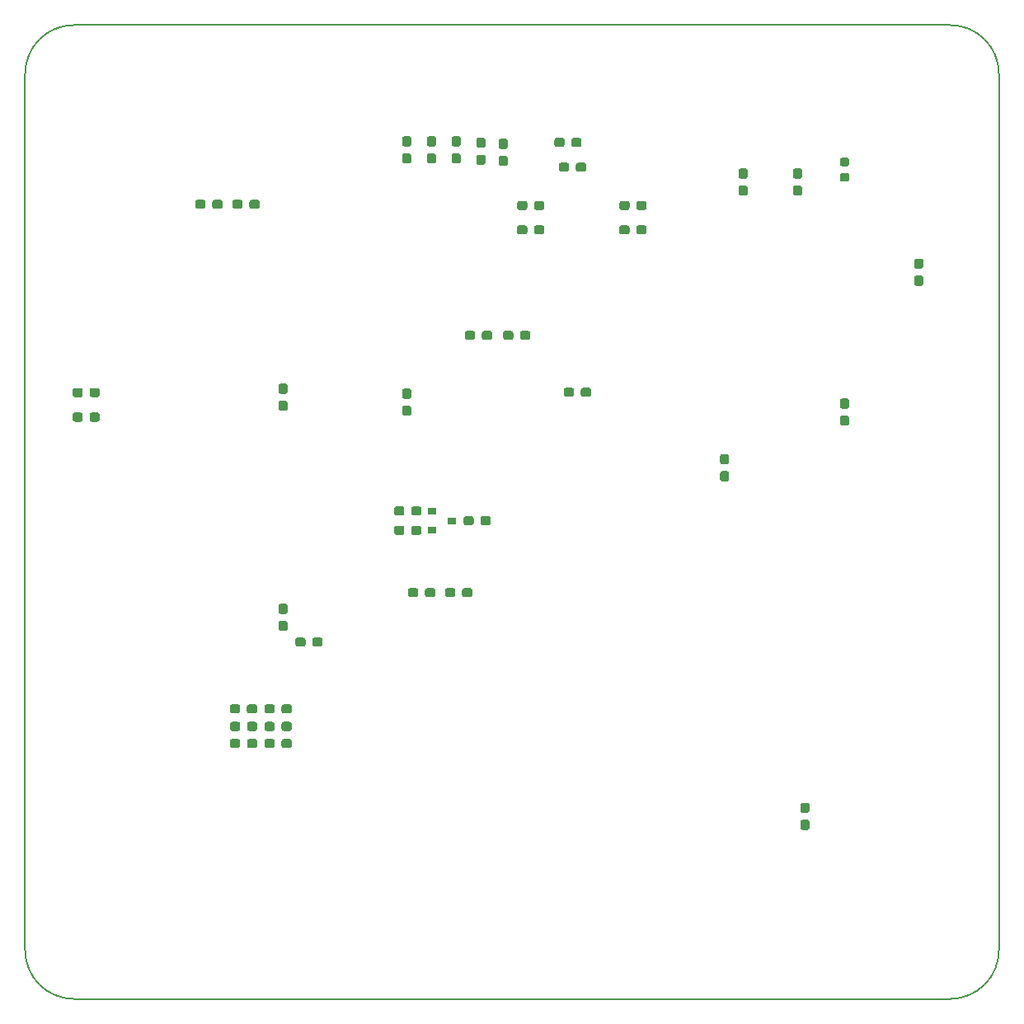
<source format=gbr>
%TF.GenerationSoftware,KiCad,Pcbnew,(5.1.6)-1*%
%TF.CreationDate,2021-04-09T09:14:04+02:00*%
%TF.ProjectId,03_La_Boite_A_Meuh,30335f4c-615f-4426-9f69-74655f415f4d,rev?*%
%TF.SameCoordinates,Original*%
%TF.FileFunction,Paste,Bot*%
%TF.FilePolarity,Positive*%
%FSLAX46Y46*%
G04 Gerber Fmt 4.6, Leading zero omitted, Abs format (unit mm)*
G04 Created by KiCad (PCBNEW (5.1.6)-1) date 2021-04-09 09:14:04*
%MOMM*%
%LPD*%
G01*
G04 APERTURE LIST*
%TA.AperFunction,Profile*%
%ADD10C,0.150000*%
%TD*%
%ADD11R,0.900000X0.800000*%
G04 APERTURE END LIST*
D10*
X180000000Y-55000000D02*
X195000000Y-55000000D01*
X157000000Y-55000000D02*
X180000000Y-55000000D01*
X195000000Y-55000000D02*
G75*
G02*
X200000000Y-60000000I0J-5000000D01*
G01*
X200000000Y-150000000D02*
G75*
G02*
X195000000Y-155000000I-5000000J0D01*
G01*
X105000000Y-155000000D02*
G75*
G02*
X100000000Y-150000000I0J5000000D01*
G01*
X100000000Y-60000000D02*
G75*
G02*
X105000000Y-55000000I5000000J0D01*
G01*
X100000000Y-150000000D02*
X100000000Y-60000000D01*
X195000000Y-155000000D02*
X105000000Y-155000000D01*
X200000000Y-60000000D02*
X200000000Y-150000000D01*
X105000000Y-55000000D02*
X157000000Y-55000000D01*
%TO.C,R1*%
G36*
G01*
X106623001Y-92984499D02*
X106623001Y-92509499D01*
G75*
G02*
X106860501Y-92271999I237500J0D01*
G01*
X107435501Y-92271999D01*
G75*
G02*
X107673001Y-92509499I0J-237500D01*
G01*
X107673001Y-92984499D01*
G75*
G02*
X107435501Y-93221999I-237500J0D01*
G01*
X106860501Y-93221999D01*
G75*
G02*
X106623001Y-92984499I0J237500D01*
G01*
G37*
G36*
G01*
X104873001Y-92984499D02*
X104873001Y-92509499D01*
G75*
G02*
X105110501Y-92271999I237500J0D01*
G01*
X105685501Y-92271999D01*
G75*
G02*
X105923001Y-92509499I0J-237500D01*
G01*
X105923001Y-92984499D01*
G75*
G02*
X105685501Y-93221999I-237500J0D01*
G01*
X105110501Y-93221999D01*
G75*
G02*
X104873001Y-92984499I0J237500D01*
G01*
G37*
%TD*%
%TO.C,C1*%
G36*
G01*
X106623001Y-95494499D02*
X106623001Y-95019499D01*
G75*
G02*
X106860501Y-94781999I237500J0D01*
G01*
X107435501Y-94781999D01*
G75*
G02*
X107673001Y-95019499I0J-237500D01*
G01*
X107673001Y-95494499D01*
G75*
G02*
X107435501Y-95731999I-237500J0D01*
G01*
X106860501Y-95731999D01*
G75*
G02*
X106623001Y-95494499I0J237500D01*
G01*
G37*
G36*
G01*
X104873001Y-95494499D02*
X104873001Y-95019499D01*
G75*
G02*
X105110501Y-94781999I237500J0D01*
G01*
X105685501Y-94781999D01*
G75*
G02*
X105923001Y-95019499I0J-237500D01*
G01*
X105923001Y-95494499D01*
G75*
G02*
X105685501Y-95731999I-237500J0D01*
G01*
X105110501Y-95731999D01*
G75*
G02*
X104873001Y-95494499I0J237500D01*
G01*
G37*
%TD*%
%TO.C,R15*%
G36*
G01*
X122332000Y-73168500D02*
X122332000Y-73643500D01*
G75*
G02*
X122094500Y-73881000I-237500J0D01*
G01*
X121519500Y-73881000D01*
G75*
G02*
X121282000Y-73643500I0J237500D01*
G01*
X121282000Y-73168500D01*
G75*
G02*
X121519500Y-72931000I237500J0D01*
G01*
X122094500Y-72931000D01*
G75*
G02*
X122332000Y-73168500I0J-237500D01*
G01*
G37*
G36*
G01*
X124082000Y-73168500D02*
X124082000Y-73643500D01*
G75*
G02*
X123844500Y-73881000I-237500J0D01*
G01*
X123269500Y-73881000D01*
G75*
G02*
X123032000Y-73643500I0J237500D01*
G01*
X123032000Y-73168500D01*
G75*
G02*
X123269500Y-72931000I237500J0D01*
G01*
X123844500Y-72931000D01*
G75*
G02*
X124082000Y-73168500I0J-237500D01*
G01*
G37*
%TD*%
D11*
%TO.C,Q1*%
X143794000Y-105892000D03*
X141794000Y-104942000D03*
X141794000Y-106842000D03*
%TD*%
%TO.C,C4*%
G36*
G01*
X126334000Y-129015500D02*
X126334000Y-128540500D01*
G75*
G02*
X126571500Y-128303000I237500J0D01*
G01*
X127146500Y-128303000D01*
G75*
G02*
X127384000Y-128540500I0J-237500D01*
G01*
X127384000Y-129015500D01*
G75*
G02*
X127146500Y-129253000I-237500J0D01*
G01*
X126571500Y-129253000D01*
G75*
G02*
X126334000Y-129015500I0J237500D01*
G01*
G37*
G36*
G01*
X124584000Y-129015500D02*
X124584000Y-128540500D01*
G75*
G02*
X124821500Y-128303000I237500J0D01*
G01*
X125396500Y-128303000D01*
G75*
G02*
X125634000Y-128540500I0J-237500D01*
G01*
X125634000Y-129015500D01*
G75*
G02*
X125396500Y-129253000I-237500J0D01*
G01*
X124821500Y-129253000D01*
G75*
G02*
X124584000Y-129015500I0J237500D01*
G01*
G37*
%TD*%
%TO.C,C5*%
G36*
G01*
X126334000Y-127259500D02*
X126334000Y-126784500D01*
G75*
G02*
X126571500Y-126547000I237500J0D01*
G01*
X127146500Y-126547000D01*
G75*
G02*
X127384000Y-126784500I0J-237500D01*
G01*
X127384000Y-127259500D01*
G75*
G02*
X127146500Y-127497000I-237500J0D01*
G01*
X126571500Y-127497000D01*
G75*
G02*
X126334000Y-127259500I0J237500D01*
G01*
G37*
G36*
G01*
X124584000Y-127259500D02*
X124584000Y-126784500D01*
G75*
G02*
X124821500Y-126547000I237500J0D01*
G01*
X125396500Y-126547000D01*
G75*
G02*
X125634000Y-126784500I0J-237500D01*
G01*
X125634000Y-127259500D01*
G75*
G02*
X125396500Y-127497000I-237500J0D01*
G01*
X124821500Y-127497000D01*
G75*
G02*
X124584000Y-127259500I0J237500D01*
G01*
G37*
%TD*%
%TO.C,C6*%
G36*
G01*
X126334000Y-125459500D02*
X126334000Y-124984500D01*
G75*
G02*
X126571500Y-124747000I237500J0D01*
G01*
X127146500Y-124747000D01*
G75*
G02*
X127384000Y-124984500I0J-237500D01*
G01*
X127384000Y-125459500D01*
G75*
G02*
X127146500Y-125697000I-237500J0D01*
G01*
X126571500Y-125697000D01*
G75*
G02*
X126334000Y-125459500I0J237500D01*
G01*
G37*
G36*
G01*
X124584000Y-125459500D02*
X124584000Y-124984500D01*
G75*
G02*
X124821500Y-124747000I237500J0D01*
G01*
X125396500Y-124747000D01*
G75*
G02*
X125634000Y-124984500I0J-237500D01*
G01*
X125634000Y-125459500D01*
G75*
G02*
X125396500Y-125697000I-237500J0D01*
G01*
X124821500Y-125697000D01*
G75*
G02*
X124584000Y-125459500I0J237500D01*
G01*
G37*
%TD*%
%TO.C,R2*%
G36*
G01*
X122780000Y-129015500D02*
X122780000Y-128540500D01*
G75*
G02*
X123017500Y-128303000I237500J0D01*
G01*
X123592500Y-128303000D01*
G75*
G02*
X123830000Y-128540500I0J-237500D01*
G01*
X123830000Y-129015500D01*
G75*
G02*
X123592500Y-129253000I-237500J0D01*
G01*
X123017500Y-129253000D01*
G75*
G02*
X122780000Y-129015500I0J237500D01*
G01*
G37*
G36*
G01*
X121030000Y-129015500D02*
X121030000Y-128540500D01*
G75*
G02*
X121267500Y-128303000I237500J0D01*
G01*
X121842500Y-128303000D01*
G75*
G02*
X122080000Y-128540500I0J-237500D01*
G01*
X122080000Y-129015500D01*
G75*
G02*
X121842500Y-129253000I-237500J0D01*
G01*
X121267500Y-129253000D01*
G75*
G02*
X121030000Y-129015500I0J237500D01*
G01*
G37*
%TD*%
%TO.C,R4*%
G36*
G01*
X122780000Y-127259500D02*
X122780000Y-126784500D01*
G75*
G02*
X123017500Y-126547000I237500J0D01*
G01*
X123592500Y-126547000D01*
G75*
G02*
X123830000Y-126784500I0J-237500D01*
G01*
X123830000Y-127259500D01*
G75*
G02*
X123592500Y-127497000I-237500J0D01*
G01*
X123017500Y-127497000D01*
G75*
G02*
X122780000Y-127259500I0J237500D01*
G01*
G37*
G36*
G01*
X121030000Y-127259500D02*
X121030000Y-126784500D01*
G75*
G02*
X121267500Y-126547000I237500J0D01*
G01*
X121842500Y-126547000D01*
G75*
G02*
X122080000Y-126784500I0J-237500D01*
G01*
X122080000Y-127259500D01*
G75*
G02*
X121842500Y-127497000I-237500J0D01*
G01*
X121267500Y-127497000D01*
G75*
G02*
X121030000Y-127259500I0J237500D01*
G01*
G37*
%TD*%
%TO.C,R6*%
G36*
G01*
X122778000Y-125459500D02*
X122778000Y-124984500D01*
G75*
G02*
X123015500Y-124747000I237500J0D01*
G01*
X123590500Y-124747000D01*
G75*
G02*
X123828000Y-124984500I0J-237500D01*
G01*
X123828000Y-125459500D01*
G75*
G02*
X123590500Y-125697000I-237500J0D01*
G01*
X123015500Y-125697000D01*
G75*
G02*
X122778000Y-125459500I0J237500D01*
G01*
G37*
G36*
G01*
X121028000Y-125459500D02*
X121028000Y-124984500D01*
G75*
G02*
X121265500Y-124747000I237500J0D01*
G01*
X121840500Y-124747000D01*
G75*
G02*
X122078000Y-124984500I0J-237500D01*
G01*
X122078000Y-125459500D01*
G75*
G02*
X121840500Y-125697000I-237500J0D01*
G01*
X121265500Y-125697000D01*
G75*
G02*
X121028000Y-125459500I0J237500D01*
G01*
G37*
%TD*%
%TO.C,R7*%
G36*
G01*
X156096000Y-67293500D02*
X156096000Y-66818500D01*
G75*
G02*
X156333500Y-66581000I237500J0D01*
G01*
X156908500Y-66581000D01*
G75*
G02*
X157146000Y-66818500I0J-237500D01*
G01*
X157146000Y-67293500D01*
G75*
G02*
X156908500Y-67531000I-237500J0D01*
G01*
X156333500Y-67531000D01*
G75*
G02*
X156096000Y-67293500I0J237500D01*
G01*
G37*
G36*
G01*
X154346000Y-67293500D02*
X154346000Y-66818500D01*
G75*
G02*
X154583500Y-66581000I237500J0D01*
G01*
X155158500Y-66581000D01*
G75*
G02*
X155396000Y-66818500I0J-237500D01*
G01*
X155396000Y-67293500D01*
G75*
G02*
X155158500Y-67531000I-237500J0D01*
G01*
X154583500Y-67531000D01*
G75*
G02*
X154346000Y-67293500I0J237500D01*
G01*
G37*
%TD*%
%TO.C,R8*%
G36*
G01*
X146908000Y-87105500D02*
X146908000Y-86630500D01*
G75*
G02*
X147145500Y-86393000I237500J0D01*
G01*
X147720500Y-86393000D01*
G75*
G02*
X147958000Y-86630500I0J-237500D01*
G01*
X147958000Y-87105500D01*
G75*
G02*
X147720500Y-87343000I-237500J0D01*
G01*
X147145500Y-87343000D01*
G75*
G02*
X146908000Y-87105500I0J237500D01*
G01*
G37*
G36*
G01*
X145158000Y-87105500D02*
X145158000Y-86630500D01*
G75*
G02*
X145395500Y-86393000I237500J0D01*
G01*
X145970500Y-86393000D01*
G75*
G02*
X146208000Y-86630500I0J-237500D01*
G01*
X146208000Y-87105500D01*
G75*
G02*
X145970500Y-87343000I-237500J0D01*
G01*
X145395500Y-87343000D01*
G75*
G02*
X145158000Y-87105500I0J237500D01*
G01*
G37*
%TD*%
%TO.C,R9*%
G36*
G01*
X150131000Y-86630500D02*
X150131000Y-87105500D01*
G75*
G02*
X149893500Y-87343000I-237500J0D01*
G01*
X149318500Y-87343000D01*
G75*
G02*
X149081000Y-87105500I0J237500D01*
G01*
X149081000Y-86630500D01*
G75*
G02*
X149318500Y-86393000I237500J0D01*
G01*
X149893500Y-86393000D01*
G75*
G02*
X150131000Y-86630500I0J-237500D01*
G01*
G37*
G36*
G01*
X151881000Y-86630500D02*
X151881000Y-87105500D01*
G75*
G02*
X151643500Y-87343000I-237500J0D01*
G01*
X151068500Y-87343000D01*
G75*
G02*
X150831000Y-87105500I0J237500D01*
G01*
X150831000Y-86630500D01*
G75*
G02*
X151068500Y-86393000I237500J0D01*
G01*
X151643500Y-86393000D01*
G75*
G02*
X151881000Y-86630500I0J-237500D01*
G01*
G37*
%TD*%
%TO.C,R12*%
G36*
G01*
X144876000Y-113521500D02*
X144876000Y-113046500D01*
G75*
G02*
X145113500Y-112809000I237500J0D01*
G01*
X145688500Y-112809000D01*
G75*
G02*
X145926000Y-113046500I0J-237500D01*
G01*
X145926000Y-113521500D01*
G75*
G02*
X145688500Y-113759000I-237500J0D01*
G01*
X145113500Y-113759000D01*
G75*
G02*
X144876000Y-113521500I0J237500D01*
G01*
G37*
G36*
G01*
X143126000Y-113521500D02*
X143126000Y-113046500D01*
G75*
G02*
X143363500Y-112809000I237500J0D01*
G01*
X143938500Y-112809000D01*
G75*
G02*
X144176000Y-113046500I0J-237500D01*
G01*
X144176000Y-113521500D01*
G75*
G02*
X143938500Y-113759000I-237500J0D01*
G01*
X143363500Y-113759000D01*
G75*
G02*
X143126000Y-113521500I0J237500D01*
G01*
G37*
%TD*%
%TO.C,R13*%
G36*
G01*
X183912500Y-95092000D02*
X184387500Y-95092000D01*
G75*
G02*
X184625000Y-95329500I0J-237500D01*
G01*
X184625000Y-95904500D01*
G75*
G02*
X184387500Y-96142000I-237500J0D01*
G01*
X183912500Y-96142000D01*
G75*
G02*
X183675000Y-95904500I0J237500D01*
G01*
X183675000Y-95329500D01*
G75*
G02*
X183912500Y-95092000I237500J0D01*
G01*
G37*
G36*
G01*
X183912500Y-93342000D02*
X184387500Y-93342000D01*
G75*
G02*
X184625000Y-93579500I0J-237500D01*
G01*
X184625000Y-94154500D01*
G75*
G02*
X184387500Y-94392000I-237500J0D01*
G01*
X183912500Y-94392000D01*
G75*
G02*
X183675000Y-94154500I0J237500D01*
G01*
X183675000Y-93579500D01*
G75*
G02*
X183912500Y-93342000I237500J0D01*
G01*
G37*
%TD*%
%TO.C,R14*%
G36*
G01*
X118522000Y-73168500D02*
X118522000Y-73643500D01*
G75*
G02*
X118284500Y-73881000I-237500J0D01*
G01*
X117709500Y-73881000D01*
G75*
G02*
X117472000Y-73643500I0J237500D01*
G01*
X117472000Y-73168500D01*
G75*
G02*
X117709500Y-72931000I237500J0D01*
G01*
X118284500Y-72931000D01*
G75*
G02*
X118522000Y-73168500I0J-237500D01*
G01*
G37*
G36*
G01*
X120272000Y-73168500D02*
X120272000Y-73643500D01*
G75*
G02*
X120034500Y-73881000I-237500J0D01*
G01*
X119459500Y-73881000D01*
G75*
G02*
X119222000Y-73643500I0J237500D01*
G01*
X119222000Y-73168500D01*
G75*
G02*
X119459500Y-72931000I237500J0D01*
G01*
X120034500Y-72931000D01*
G75*
G02*
X120272000Y-73168500I0J-237500D01*
G01*
G37*
%TD*%
%TO.C,R16*%
G36*
G01*
X146769000Y-106129500D02*
X146769000Y-105654500D01*
G75*
G02*
X147006500Y-105417000I237500J0D01*
G01*
X147581500Y-105417000D01*
G75*
G02*
X147819000Y-105654500I0J-237500D01*
G01*
X147819000Y-106129500D01*
G75*
G02*
X147581500Y-106367000I-237500J0D01*
G01*
X147006500Y-106367000D01*
G75*
G02*
X146769000Y-106129500I0J237500D01*
G01*
G37*
G36*
G01*
X145019000Y-106129500D02*
X145019000Y-105654500D01*
G75*
G02*
X145256500Y-105417000I237500J0D01*
G01*
X145831500Y-105417000D01*
G75*
G02*
X146069000Y-105654500I0J-237500D01*
G01*
X146069000Y-106129500D01*
G75*
G02*
X145831500Y-106367000I-237500J0D01*
G01*
X145256500Y-106367000D01*
G75*
G02*
X145019000Y-106129500I0J237500D01*
G01*
G37*
%TD*%
%TO.C,R17*%
G36*
G01*
X139644000Y-107129500D02*
X139644000Y-106654500D01*
G75*
G02*
X139881500Y-106417000I237500J0D01*
G01*
X140456500Y-106417000D01*
G75*
G02*
X140694000Y-106654500I0J-237500D01*
G01*
X140694000Y-107129500D01*
G75*
G02*
X140456500Y-107367000I-237500J0D01*
G01*
X139881500Y-107367000D01*
G75*
G02*
X139644000Y-107129500I0J237500D01*
G01*
G37*
G36*
G01*
X137894000Y-107129500D02*
X137894000Y-106654500D01*
G75*
G02*
X138131500Y-106417000I237500J0D01*
G01*
X138706500Y-106417000D01*
G75*
G02*
X138944000Y-106654500I0J-237500D01*
G01*
X138944000Y-107129500D01*
G75*
G02*
X138706500Y-107367000I-237500J0D01*
G01*
X138131500Y-107367000D01*
G75*
G02*
X137894000Y-107129500I0J237500D01*
G01*
G37*
%TD*%
%TO.C,R18*%
G36*
G01*
X138944000Y-104654500D02*
X138944000Y-105129500D01*
G75*
G02*
X138706500Y-105367000I-237500J0D01*
G01*
X138131500Y-105367000D01*
G75*
G02*
X137894000Y-105129500I0J237500D01*
G01*
X137894000Y-104654500D01*
G75*
G02*
X138131500Y-104417000I237500J0D01*
G01*
X138706500Y-104417000D01*
G75*
G02*
X138944000Y-104654500I0J-237500D01*
G01*
G37*
G36*
G01*
X140694000Y-104654500D02*
X140694000Y-105129500D01*
G75*
G02*
X140456500Y-105367000I-237500J0D01*
G01*
X139881500Y-105367000D01*
G75*
G02*
X139644000Y-105129500I0J237500D01*
G01*
X139644000Y-104654500D01*
G75*
G02*
X139881500Y-104417000I237500J0D01*
G01*
X140456500Y-104417000D01*
G75*
G02*
X140694000Y-104654500I0J-237500D01*
G01*
G37*
%TD*%
%TO.C,C7*%
G36*
G01*
X183893750Y-70200000D02*
X184406250Y-70200000D01*
G75*
G02*
X184625000Y-70418750I0J-218750D01*
G01*
X184625000Y-70856250D01*
G75*
G02*
X184406250Y-71075000I-218750J0D01*
G01*
X183893750Y-71075000D01*
G75*
G02*
X183675000Y-70856250I0J218750D01*
G01*
X183675000Y-70418750D01*
G75*
G02*
X183893750Y-70200000I218750J0D01*
G01*
G37*
G36*
G01*
X183893750Y-68625000D02*
X184406250Y-68625000D01*
G75*
G02*
X184625000Y-68843750I0J-218750D01*
G01*
X184625000Y-69281250D01*
G75*
G02*
X184406250Y-69500000I-218750J0D01*
G01*
X183893750Y-69500000D01*
G75*
G02*
X183675000Y-69281250I0J218750D01*
G01*
X183675000Y-68843750D01*
G75*
G02*
X183893750Y-68625000I218750J0D01*
G01*
G37*
%TD*%
%TO.C,R3*%
G36*
G01*
X126729500Y-115474000D02*
X126254500Y-115474000D01*
G75*
G02*
X126017000Y-115236500I0J237500D01*
G01*
X126017000Y-114661500D01*
G75*
G02*
X126254500Y-114424000I237500J0D01*
G01*
X126729500Y-114424000D01*
G75*
G02*
X126967000Y-114661500I0J-237500D01*
G01*
X126967000Y-115236500D01*
G75*
G02*
X126729500Y-115474000I-237500J0D01*
G01*
G37*
G36*
G01*
X126729500Y-117224000D02*
X126254500Y-117224000D01*
G75*
G02*
X126017000Y-116986500I0J237500D01*
G01*
X126017000Y-116411500D01*
G75*
G02*
X126254500Y-116174000I237500J0D01*
G01*
X126729500Y-116174000D01*
G75*
G02*
X126967000Y-116411500I0J-237500D01*
G01*
X126967000Y-116986500D01*
G75*
G02*
X126729500Y-117224000I-237500J0D01*
G01*
G37*
%TD*%
%TO.C,R10*%
G36*
G01*
X128795000Y-118126500D02*
X128795000Y-118601500D01*
G75*
G02*
X128557500Y-118839000I-237500J0D01*
G01*
X127982500Y-118839000D01*
G75*
G02*
X127745000Y-118601500I0J237500D01*
G01*
X127745000Y-118126500D01*
G75*
G02*
X127982500Y-117889000I237500J0D01*
G01*
X128557500Y-117889000D01*
G75*
G02*
X128795000Y-118126500I0J-237500D01*
G01*
G37*
G36*
G01*
X130545000Y-118126500D02*
X130545000Y-118601500D01*
G75*
G02*
X130307500Y-118839000I-237500J0D01*
G01*
X129732500Y-118839000D01*
G75*
G02*
X129495000Y-118601500I0J237500D01*
G01*
X129495000Y-118126500D01*
G75*
G02*
X129732500Y-117889000I237500J0D01*
G01*
X130307500Y-117889000D01*
G75*
G02*
X130545000Y-118126500I0J-237500D01*
G01*
G37*
%TD*%
%TO.C,R11*%
G36*
G01*
X173498500Y-71470000D02*
X173973500Y-71470000D01*
G75*
G02*
X174211000Y-71707500I0J-237500D01*
G01*
X174211000Y-72282500D01*
G75*
G02*
X173973500Y-72520000I-237500J0D01*
G01*
X173498500Y-72520000D01*
G75*
G02*
X173261000Y-72282500I0J237500D01*
G01*
X173261000Y-71707500D01*
G75*
G02*
X173498500Y-71470000I237500J0D01*
G01*
G37*
G36*
G01*
X173498500Y-69720000D02*
X173973500Y-69720000D01*
G75*
G02*
X174211000Y-69957500I0J-237500D01*
G01*
X174211000Y-70532500D01*
G75*
G02*
X173973500Y-70770000I-237500J0D01*
G01*
X173498500Y-70770000D01*
G75*
G02*
X173261000Y-70532500I0J237500D01*
G01*
X173261000Y-69957500D01*
G75*
G02*
X173498500Y-69720000I237500J0D01*
G01*
G37*
%TD*%
%TO.C,R19*%
G36*
G01*
X179086500Y-71470000D02*
X179561500Y-71470000D01*
G75*
G02*
X179799000Y-71707500I0J-237500D01*
G01*
X179799000Y-72282500D01*
G75*
G02*
X179561500Y-72520000I-237500J0D01*
G01*
X179086500Y-72520000D01*
G75*
G02*
X178849000Y-72282500I0J237500D01*
G01*
X178849000Y-71707500D01*
G75*
G02*
X179086500Y-71470000I237500J0D01*
G01*
G37*
G36*
G01*
X179086500Y-69720000D02*
X179561500Y-69720000D01*
G75*
G02*
X179799000Y-69957500I0J-237500D01*
G01*
X179799000Y-70532500D01*
G75*
G02*
X179561500Y-70770000I-237500J0D01*
G01*
X179086500Y-70770000D01*
G75*
G02*
X178849000Y-70532500I0J237500D01*
G01*
X178849000Y-69957500D01*
G75*
G02*
X179086500Y-69720000I237500J0D01*
G01*
G37*
%TD*%
%TO.C,R22*%
G36*
G01*
X156368000Y-92472500D02*
X156368000Y-92947500D01*
G75*
G02*
X156130500Y-93185000I-237500J0D01*
G01*
X155555500Y-93185000D01*
G75*
G02*
X155318000Y-92947500I0J237500D01*
G01*
X155318000Y-92472500D01*
G75*
G02*
X155555500Y-92235000I237500J0D01*
G01*
X156130500Y-92235000D01*
G75*
G02*
X156368000Y-92472500I0J-237500D01*
G01*
G37*
G36*
G01*
X158118000Y-92472500D02*
X158118000Y-92947500D01*
G75*
G02*
X157880500Y-93185000I-237500J0D01*
G01*
X157305500Y-93185000D01*
G75*
G02*
X157068000Y-92947500I0J237500D01*
G01*
X157068000Y-92472500D01*
G75*
G02*
X157305500Y-92235000I237500J0D01*
G01*
X157880500Y-92235000D01*
G75*
G02*
X158118000Y-92472500I0J-237500D01*
G01*
G37*
%TD*%
%TO.C,R23*%
G36*
G01*
X148860500Y-68422000D02*
X149335500Y-68422000D01*
G75*
G02*
X149573000Y-68659500I0J-237500D01*
G01*
X149573000Y-69234500D01*
G75*
G02*
X149335500Y-69472000I-237500J0D01*
G01*
X148860500Y-69472000D01*
G75*
G02*
X148623000Y-69234500I0J237500D01*
G01*
X148623000Y-68659500D01*
G75*
G02*
X148860500Y-68422000I237500J0D01*
G01*
G37*
G36*
G01*
X148860500Y-66672000D02*
X149335500Y-66672000D01*
G75*
G02*
X149573000Y-66909500I0J-237500D01*
G01*
X149573000Y-67484500D01*
G75*
G02*
X149335500Y-67722000I-237500J0D01*
G01*
X148860500Y-67722000D01*
G75*
G02*
X148623000Y-67484500I0J237500D01*
G01*
X148623000Y-66909500D01*
G75*
G02*
X148860500Y-66672000I237500J0D01*
G01*
G37*
%TD*%
%TO.C,R24*%
G36*
G01*
X126729500Y-92868000D02*
X126254500Y-92868000D01*
G75*
G02*
X126017000Y-92630500I0J237500D01*
G01*
X126017000Y-92055500D01*
G75*
G02*
X126254500Y-91818000I237500J0D01*
G01*
X126729500Y-91818000D01*
G75*
G02*
X126967000Y-92055500I0J-237500D01*
G01*
X126967000Y-92630500D01*
G75*
G02*
X126729500Y-92868000I-237500J0D01*
G01*
G37*
G36*
G01*
X126729500Y-94618000D02*
X126254500Y-94618000D01*
G75*
G02*
X126017000Y-94380500I0J237500D01*
G01*
X126017000Y-93805500D01*
G75*
G02*
X126254500Y-93568000I237500J0D01*
G01*
X126729500Y-93568000D01*
G75*
G02*
X126967000Y-93805500I0J-237500D01*
G01*
X126967000Y-94380500D01*
G75*
G02*
X126729500Y-94618000I-237500J0D01*
G01*
G37*
%TD*%
%TO.C,R25*%
G36*
G01*
X144034500Y-68168000D02*
X144509500Y-68168000D01*
G75*
G02*
X144747000Y-68405500I0J-237500D01*
G01*
X144747000Y-68980500D01*
G75*
G02*
X144509500Y-69218000I-237500J0D01*
G01*
X144034500Y-69218000D01*
G75*
G02*
X143797000Y-68980500I0J237500D01*
G01*
X143797000Y-68405500D01*
G75*
G02*
X144034500Y-68168000I237500J0D01*
G01*
G37*
G36*
G01*
X144034500Y-66418000D02*
X144509500Y-66418000D01*
G75*
G02*
X144747000Y-66655500I0J-237500D01*
G01*
X144747000Y-67230500D01*
G75*
G02*
X144509500Y-67468000I-237500J0D01*
G01*
X144034500Y-67468000D01*
G75*
G02*
X143797000Y-67230500I0J237500D01*
G01*
X143797000Y-66655500D01*
G75*
G02*
X144034500Y-66418000I237500J0D01*
G01*
G37*
%TD*%
%TO.C,R26*%
G36*
G01*
X141494500Y-68168000D02*
X141969500Y-68168000D01*
G75*
G02*
X142207000Y-68405500I0J-237500D01*
G01*
X142207000Y-68980500D01*
G75*
G02*
X141969500Y-69218000I-237500J0D01*
G01*
X141494500Y-69218000D01*
G75*
G02*
X141257000Y-68980500I0J237500D01*
G01*
X141257000Y-68405500D01*
G75*
G02*
X141494500Y-68168000I237500J0D01*
G01*
G37*
G36*
G01*
X141494500Y-66418000D02*
X141969500Y-66418000D01*
G75*
G02*
X142207000Y-66655500I0J-237500D01*
G01*
X142207000Y-67230500D01*
G75*
G02*
X141969500Y-67468000I-237500J0D01*
G01*
X141494500Y-67468000D01*
G75*
G02*
X141257000Y-67230500I0J237500D01*
G01*
X141257000Y-66655500D01*
G75*
G02*
X141494500Y-66418000I237500J0D01*
G01*
G37*
%TD*%
%TO.C,R27*%
G36*
G01*
X138954500Y-68168000D02*
X139429500Y-68168000D01*
G75*
G02*
X139667000Y-68405500I0J-237500D01*
G01*
X139667000Y-68980500D01*
G75*
G02*
X139429500Y-69218000I-237500J0D01*
G01*
X138954500Y-69218000D01*
G75*
G02*
X138717000Y-68980500I0J237500D01*
G01*
X138717000Y-68405500D01*
G75*
G02*
X138954500Y-68168000I237500J0D01*
G01*
G37*
G36*
G01*
X138954500Y-66418000D02*
X139429500Y-66418000D01*
G75*
G02*
X139667000Y-66655500I0J-237500D01*
G01*
X139667000Y-67230500D01*
G75*
G02*
X139429500Y-67468000I-237500J0D01*
G01*
X138954500Y-67468000D01*
G75*
G02*
X138717000Y-67230500I0J237500D01*
G01*
X138717000Y-66655500D01*
G75*
G02*
X138954500Y-66418000I237500J0D01*
G01*
G37*
%TD*%
%TO.C,R32*%
G36*
G01*
X140366000Y-113046500D02*
X140366000Y-113521500D01*
G75*
G02*
X140128500Y-113759000I-237500J0D01*
G01*
X139553500Y-113759000D01*
G75*
G02*
X139316000Y-113521500I0J237500D01*
G01*
X139316000Y-113046500D01*
G75*
G02*
X139553500Y-112809000I237500J0D01*
G01*
X140128500Y-112809000D01*
G75*
G02*
X140366000Y-113046500I0J-237500D01*
G01*
G37*
G36*
G01*
X142116000Y-113046500D02*
X142116000Y-113521500D01*
G75*
G02*
X141878500Y-113759000I-237500J0D01*
G01*
X141303500Y-113759000D01*
G75*
G02*
X141066000Y-113521500I0J237500D01*
G01*
X141066000Y-113046500D01*
G75*
G02*
X141303500Y-112809000I237500J0D01*
G01*
X141878500Y-112809000D01*
G75*
G02*
X142116000Y-113046500I0J-237500D01*
G01*
G37*
%TD*%
%TO.C,R38*%
G36*
G01*
X139429500Y-93376000D02*
X138954500Y-93376000D01*
G75*
G02*
X138717000Y-93138500I0J237500D01*
G01*
X138717000Y-92563500D01*
G75*
G02*
X138954500Y-92326000I237500J0D01*
G01*
X139429500Y-92326000D01*
G75*
G02*
X139667000Y-92563500I0J-237500D01*
G01*
X139667000Y-93138500D01*
G75*
G02*
X139429500Y-93376000I-237500J0D01*
G01*
G37*
G36*
G01*
X139429500Y-95126000D02*
X138954500Y-95126000D01*
G75*
G02*
X138717000Y-94888500I0J237500D01*
G01*
X138717000Y-94313500D01*
G75*
G02*
X138954500Y-94076000I237500J0D01*
G01*
X139429500Y-94076000D01*
G75*
G02*
X139667000Y-94313500I0J-237500D01*
G01*
X139667000Y-94888500D01*
G75*
G02*
X139429500Y-95126000I-237500J0D01*
G01*
G37*
%TD*%
%TO.C,R43*%
G36*
G01*
X192007500Y-80027000D02*
X191532500Y-80027000D01*
G75*
G02*
X191295000Y-79789500I0J237500D01*
G01*
X191295000Y-79214500D01*
G75*
G02*
X191532500Y-78977000I237500J0D01*
G01*
X192007500Y-78977000D01*
G75*
G02*
X192245000Y-79214500I0J-237500D01*
G01*
X192245000Y-79789500D01*
G75*
G02*
X192007500Y-80027000I-237500J0D01*
G01*
G37*
G36*
G01*
X192007500Y-81777000D02*
X191532500Y-81777000D01*
G75*
G02*
X191295000Y-81539500I0J237500D01*
G01*
X191295000Y-80964500D01*
G75*
G02*
X191532500Y-80727000I237500J0D01*
G01*
X192007500Y-80727000D01*
G75*
G02*
X192245000Y-80964500I0J-237500D01*
G01*
X192245000Y-81539500D01*
G75*
G02*
X192007500Y-81777000I-237500J0D01*
G01*
G37*
%TD*%
%TO.C,R44*%
G36*
G01*
X162766000Y-73769500D02*
X162766000Y-73294500D01*
G75*
G02*
X163003500Y-73057000I237500J0D01*
G01*
X163578500Y-73057000D01*
G75*
G02*
X163816000Y-73294500I0J-237500D01*
G01*
X163816000Y-73769500D01*
G75*
G02*
X163578500Y-74007000I-237500J0D01*
G01*
X163003500Y-74007000D01*
G75*
G02*
X162766000Y-73769500I0J237500D01*
G01*
G37*
G36*
G01*
X161016000Y-73769500D02*
X161016000Y-73294500D01*
G75*
G02*
X161253500Y-73057000I237500J0D01*
G01*
X161828500Y-73057000D01*
G75*
G02*
X162066000Y-73294500I0J-237500D01*
G01*
X162066000Y-73769500D01*
G75*
G02*
X161828500Y-74007000I-237500J0D01*
G01*
X161253500Y-74007000D01*
G75*
G02*
X161016000Y-73769500I0J237500D01*
G01*
G37*
%TD*%
%TO.C,R45*%
G36*
G01*
X152266000Y-76269500D02*
X152266000Y-75794500D01*
G75*
G02*
X152503500Y-75557000I237500J0D01*
G01*
X153078500Y-75557000D01*
G75*
G02*
X153316000Y-75794500I0J-237500D01*
G01*
X153316000Y-76269500D01*
G75*
G02*
X153078500Y-76507000I-237500J0D01*
G01*
X152503500Y-76507000D01*
G75*
G02*
X152266000Y-76269500I0J237500D01*
G01*
G37*
G36*
G01*
X150516000Y-76269500D02*
X150516000Y-75794500D01*
G75*
G02*
X150753500Y-75557000I237500J0D01*
G01*
X151328500Y-75557000D01*
G75*
G02*
X151566000Y-75794500I0J-237500D01*
G01*
X151566000Y-76269500D01*
G75*
G02*
X151328500Y-76507000I-237500J0D01*
G01*
X150753500Y-76507000D01*
G75*
G02*
X150516000Y-76269500I0J237500D01*
G01*
G37*
%TD*%
%TO.C,R46*%
G36*
G01*
X156560000Y-69833500D02*
X156560000Y-69358500D01*
G75*
G02*
X156797500Y-69121000I237500J0D01*
G01*
X157372500Y-69121000D01*
G75*
G02*
X157610000Y-69358500I0J-237500D01*
G01*
X157610000Y-69833500D01*
G75*
G02*
X157372500Y-70071000I-237500J0D01*
G01*
X156797500Y-70071000D01*
G75*
G02*
X156560000Y-69833500I0J237500D01*
G01*
G37*
G36*
G01*
X154810000Y-69833500D02*
X154810000Y-69358500D01*
G75*
G02*
X155047500Y-69121000I237500J0D01*
G01*
X155622500Y-69121000D01*
G75*
G02*
X155860000Y-69358500I0J-237500D01*
G01*
X155860000Y-69833500D01*
G75*
G02*
X155622500Y-70071000I-237500J0D01*
G01*
X155047500Y-70071000D01*
G75*
G02*
X154810000Y-69833500I0J237500D01*
G01*
G37*
%TD*%
%TO.C,R47*%
G36*
G01*
X162766000Y-76269500D02*
X162766000Y-75794500D01*
G75*
G02*
X163003500Y-75557000I237500J0D01*
G01*
X163578500Y-75557000D01*
G75*
G02*
X163816000Y-75794500I0J-237500D01*
G01*
X163816000Y-76269500D01*
G75*
G02*
X163578500Y-76507000I-237500J0D01*
G01*
X163003500Y-76507000D01*
G75*
G02*
X162766000Y-76269500I0J237500D01*
G01*
G37*
G36*
G01*
X161016000Y-76269500D02*
X161016000Y-75794500D01*
G75*
G02*
X161253500Y-75557000I237500J0D01*
G01*
X161828500Y-75557000D01*
G75*
G02*
X162066000Y-75794500I0J-237500D01*
G01*
X162066000Y-76269500D01*
G75*
G02*
X161828500Y-76507000I-237500J0D01*
G01*
X161253500Y-76507000D01*
G75*
G02*
X161016000Y-76269500I0J237500D01*
G01*
G37*
%TD*%
%TO.C,R48*%
G36*
G01*
X152266000Y-73769500D02*
X152266000Y-73294500D01*
G75*
G02*
X152503500Y-73057000I237500J0D01*
G01*
X153078500Y-73057000D01*
G75*
G02*
X153316000Y-73294500I0J-237500D01*
G01*
X153316000Y-73769500D01*
G75*
G02*
X153078500Y-74007000I-237500J0D01*
G01*
X152503500Y-74007000D01*
G75*
G02*
X152266000Y-73769500I0J237500D01*
G01*
G37*
G36*
G01*
X150516000Y-73769500D02*
X150516000Y-73294500D01*
G75*
G02*
X150753500Y-73057000I237500J0D01*
G01*
X151328500Y-73057000D01*
G75*
G02*
X151566000Y-73294500I0J-237500D01*
G01*
X151566000Y-73769500D01*
G75*
G02*
X151328500Y-74007000I-237500J0D01*
G01*
X150753500Y-74007000D01*
G75*
G02*
X150516000Y-73769500I0J237500D01*
G01*
G37*
%TD*%
%TO.C,R20*%
G36*
G01*
X146574500Y-68309000D02*
X147049500Y-68309000D01*
G75*
G02*
X147287000Y-68546500I0J-237500D01*
G01*
X147287000Y-69121500D01*
G75*
G02*
X147049500Y-69359000I-237500J0D01*
G01*
X146574500Y-69359000D01*
G75*
G02*
X146337000Y-69121500I0J237500D01*
G01*
X146337000Y-68546500D01*
G75*
G02*
X146574500Y-68309000I237500J0D01*
G01*
G37*
G36*
G01*
X146574500Y-66559000D02*
X147049500Y-66559000D01*
G75*
G02*
X147287000Y-66796500I0J-237500D01*
G01*
X147287000Y-67371500D01*
G75*
G02*
X147049500Y-67609000I-237500J0D01*
G01*
X146574500Y-67609000D01*
G75*
G02*
X146337000Y-67371500I0J237500D01*
G01*
X146337000Y-66796500D01*
G75*
G02*
X146574500Y-66559000I237500J0D01*
G01*
G37*
%TD*%
%TO.C,R5*%
G36*
G01*
X180323500Y-135907000D02*
X179848500Y-135907000D01*
G75*
G02*
X179611000Y-135669500I0J237500D01*
G01*
X179611000Y-135094500D01*
G75*
G02*
X179848500Y-134857000I237500J0D01*
G01*
X180323500Y-134857000D01*
G75*
G02*
X180561000Y-135094500I0J-237500D01*
G01*
X180561000Y-135669500D01*
G75*
G02*
X180323500Y-135907000I-237500J0D01*
G01*
G37*
G36*
G01*
X180323500Y-137657000D02*
X179848500Y-137657000D01*
G75*
G02*
X179611000Y-137419500I0J237500D01*
G01*
X179611000Y-136844500D01*
G75*
G02*
X179848500Y-136607000I237500J0D01*
G01*
X180323500Y-136607000D01*
G75*
G02*
X180561000Y-136844500I0J-237500D01*
G01*
X180561000Y-137419500D01*
G75*
G02*
X180323500Y-137657000I-237500J0D01*
G01*
G37*
%TD*%
%TO.C,R21*%
G36*
G01*
X172068500Y-101857000D02*
X171593500Y-101857000D01*
G75*
G02*
X171356000Y-101619500I0J237500D01*
G01*
X171356000Y-101044500D01*
G75*
G02*
X171593500Y-100807000I237500J0D01*
G01*
X172068500Y-100807000D01*
G75*
G02*
X172306000Y-101044500I0J-237500D01*
G01*
X172306000Y-101619500D01*
G75*
G02*
X172068500Y-101857000I-237500J0D01*
G01*
G37*
G36*
G01*
X172068500Y-100107000D02*
X171593500Y-100107000D01*
G75*
G02*
X171356000Y-99869500I0J237500D01*
G01*
X171356000Y-99294500D01*
G75*
G02*
X171593500Y-99057000I237500J0D01*
G01*
X172068500Y-99057000D01*
G75*
G02*
X172306000Y-99294500I0J-237500D01*
G01*
X172306000Y-99869500D01*
G75*
G02*
X172068500Y-100107000I-237500J0D01*
G01*
G37*
%TD*%
M02*

</source>
